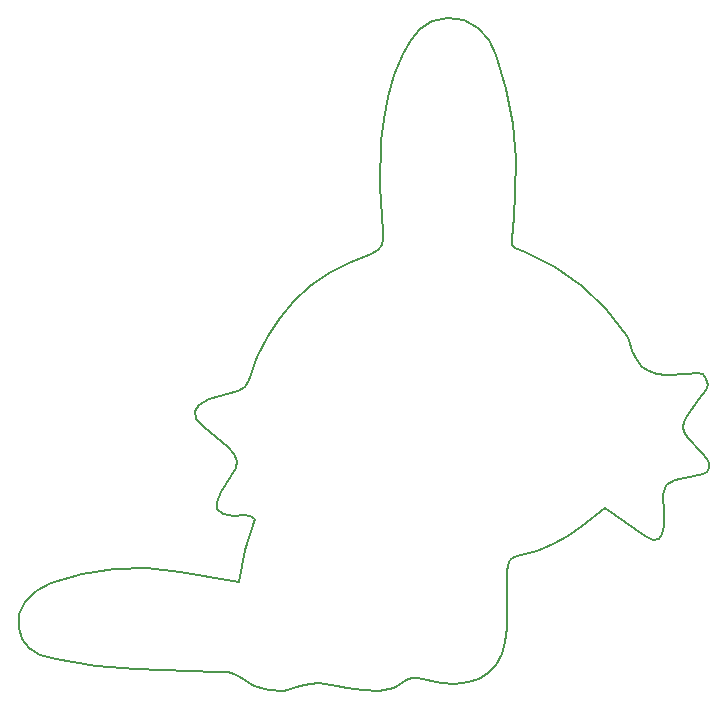
<source format=gbr>
%TF.GenerationSoftware,KiCad,Pcbnew,9.0.7-9.0.7~ubuntu24.04.1*%
%TF.CreationDate,2026-02-16T22:27:27+05:30*%
%TF.ProjectId,mudkip-themed-chaser,6d75646b-6970-42d7-9468-656d65642d63,rev?*%
%TF.SameCoordinates,Original*%
%TF.FileFunction,Profile,NP*%
%FSLAX46Y46*%
G04 Gerber Fmt 4.6, Leading zero omitted, Abs format (unit mm)*
G04 Created by KiCad (PCBNEW 9.0.7-9.0.7~ubuntu24.04.1) date 2026-02-16 22:27:27*
%MOMM*%
%LPD*%
G01*
G04 APERTURE LIST*
%TA.AperFunction,Profile*%
%ADD10C,0.200000*%
%TD*%
G04 APERTURE END LIST*
D10*
X159883418Y-58761030D02*
X160623571Y-56939346D01*
X129535922Y-102443271D02*
X130808583Y-101764409D01*
X149275446Y-110827881D02*
X148000197Y-110447953D01*
X186559936Y-91582479D02*
X186545195Y-91962602D01*
X168501514Y-108642432D02*
X167864238Y-109332408D01*
X184401870Y-88098716D02*
X184330288Y-88539754D01*
X166132812Y-110160043D02*
X165053552Y-110285495D01*
X185907279Y-90747036D02*
X186409149Y-91271542D01*
X157909871Y-73843458D02*
X158528515Y-73529770D01*
X156039793Y-74607319D02*
X157909871Y-73843458D01*
X169373738Y-59929678D02*
X169969186Y-62847911D01*
X138002992Y-109054709D02*
X134623530Y-108733837D01*
X131262684Y-108192635D02*
X129918801Y-107796935D01*
X169839114Y-72649932D02*
X169871252Y-73129801D01*
X148311232Y-82611666D02*
X149171664Y-80865103D01*
X128080232Y-105521952D02*
X128159346Y-104355373D01*
X141715547Y-100775764D02*
X146723623Y-101678336D01*
X129918801Y-107796935D02*
X128955925Y-107223571D01*
X159350291Y-60606320D02*
X159883418Y-58761030D01*
X161459434Y-109746689D02*
X161039820Y-109908880D01*
X186442272Y-84954778D02*
X186297164Y-85400326D01*
X169871252Y-73129801D02*
X170141388Y-73407914D01*
X170055209Y-99511626D02*
X169691059Y-99783676D01*
X157280706Y-110828160D02*
X155904541Y-110627508D01*
X185563601Y-83932058D02*
X185992870Y-84062757D01*
X179764162Y-81167974D02*
X180025216Y-82125470D01*
X186018386Y-92521573D02*
X185243908Y-92672704D01*
X128159346Y-104355373D02*
X128648709Y-103318036D01*
X161904341Y-109821809D02*
X161459434Y-109746689D01*
X183681540Y-92989261D02*
X182899450Y-93423857D01*
X149171664Y-80865103D02*
X150206350Y-79284934D01*
X170141388Y-73407914D02*
X170937132Y-73712251D01*
X144797154Y-109265662D02*
X138002992Y-109054709D01*
X163841854Y-110210564D02*
X161904341Y-109821809D01*
X182730983Y-95834764D02*
X182734830Y-96892466D01*
X184655919Y-84028434D02*
X185563601Y-83932058D01*
X177770573Y-95398103D02*
X175792639Y-96912770D01*
X185691248Y-86181377D02*
X184654364Y-87594477D01*
X147627445Y-84525670D02*
X148311232Y-82611666D01*
X170003621Y-70739892D02*
X169839114Y-72649932D01*
X184330288Y-88539754D02*
X184442328Y-88971350D01*
X174607498Y-97776439D02*
X173343967Y-98469600D01*
X169487929Y-100197998D02*
X169441698Y-100785522D01*
X186328332Y-84440016D02*
X186442272Y-84954778D01*
X152788915Y-76619604D02*
X154332011Y-75532353D01*
X169281969Y-106740680D02*
X168976573Y-107776488D01*
X167072189Y-109840313D02*
X166132812Y-110160043D01*
X136194437Y-100534757D02*
X138941312Y-100490567D01*
X128955925Y-107223571D02*
X128350816Y-106467068D01*
X180404623Y-82875932D02*
X180893266Y-83437172D01*
X146606595Y-91368124D02*
X146361752Y-90779839D01*
X145823268Y-109295880D02*
X144797154Y-109265662D01*
X144921141Y-95509869D02*
X144875309Y-94905474D01*
X158603603Y-110876251D02*
X157280706Y-110828160D01*
X162080846Y-54809133D02*
X163110437Y-54147141D01*
X165837984Y-54097446D02*
X166990350Y-54729190D01*
X145820365Y-90220910D02*
X143782105Y-88540968D01*
X146802327Y-109704786D02*
X146320527Y-109422048D01*
X173343967Y-98469600D02*
X172002738Y-98993882D01*
X158528515Y-73529770D02*
X158844732Y-73132310D01*
X143782105Y-88540968D02*
X143128085Y-87814006D01*
X146528005Y-91996709D02*
X146606595Y-91368124D01*
X172002738Y-98993882D02*
X170584501Y-99350917D01*
X128350816Y-106467068D02*
X128080232Y-105521952D01*
X181132366Y-97788967D02*
X177770573Y-95398103D01*
X158793079Y-64354111D02*
X158996181Y-62471814D01*
X144875309Y-94905474D02*
X145248826Y-94011541D01*
X147661082Y-96098796D02*
X147206729Y-96021985D01*
X144237875Y-86199887D02*
X146639750Y-85473629D01*
X182899450Y-93423857D02*
X182661357Y-94273393D01*
X147243770Y-98914797D02*
X148133738Y-96334560D01*
X180893266Y-83437172D02*
X181482028Y-83827000D01*
X158996181Y-62471814D02*
X159350291Y-60606320D01*
X146348707Y-96026205D02*
X145405786Y-95868766D01*
X186409149Y-91271542D02*
X186559936Y-91582479D01*
X170085978Y-68832130D02*
X170003621Y-70739892D01*
X169969186Y-62847911D02*
X170227591Y-65812399D01*
X186297164Y-85400326D02*
X185691248Y-86181377D01*
X182923439Y-84163671D02*
X184655919Y-84028434D01*
X180025216Y-82125470D02*
X180404623Y-82875932D01*
X169691059Y-99783676D02*
X169487929Y-100197998D01*
X158844732Y-73132310D02*
X158948696Y-72625383D01*
X142984298Y-87184644D02*
X143353358Y-86648174D01*
X150206350Y-79284934D02*
X151412897Y-77870116D01*
X134623530Y-108733837D02*
X131262684Y-108192635D01*
X128648709Y-103318036D02*
X129535922Y-102443271D01*
X170584501Y-99350917D02*
X170055209Y-99511626D01*
X185992870Y-84062757D02*
X186328332Y-84440016D01*
X165053552Y-110285495D02*
X163841854Y-110210564D01*
X181482028Y-83827000D02*
X182161791Y-84063230D01*
X143128085Y-87814006D02*
X142984298Y-87184644D01*
X182599469Y-97630959D02*
X182286324Y-98033223D01*
X146320527Y-109422048D02*
X145823268Y-109295880D01*
X159860788Y-110620314D02*
X158603603Y-110876251D01*
X155904541Y-110627508D02*
X155011259Y-110479427D01*
X138941312Y-100490567D02*
X141715547Y-100775764D01*
X179560472Y-80830255D02*
X179764162Y-81167974D01*
X167876412Y-55730983D02*
X168504225Y-57048710D01*
X145248826Y-94011541D02*
X146099092Y-92676535D01*
X133481377Y-100946611D02*
X136194437Y-100534757D01*
X150588643Y-110845296D02*
X149275446Y-110827881D01*
X145405786Y-95868766D02*
X144921141Y-95509869D01*
X170937132Y-73712251D02*
X173500000Y-75000000D01*
X147261937Y-85145531D02*
X147627445Y-84525670D01*
X169441698Y-100785522D02*
X169410257Y-105541112D01*
X168504225Y-57048710D02*
X169373738Y-59929678D01*
X161269539Y-55773861D02*
X162080846Y-54809133D01*
X181796817Y-98089234D02*
X181132366Y-97788967D01*
X154332011Y-75532353D02*
X156039793Y-74607319D01*
X148133738Y-96334560D02*
X147661082Y-96098796D01*
X155011259Y-110479427D02*
X153494833Y-110181162D01*
X182286324Y-98033223D02*
X181796817Y-98089234D01*
X173500000Y-75000000D02*
X175805137Y-76598457D01*
X158948696Y-72625383D02*
X158930576Y-71983295D01*
X130808583Y-101764409D02*
X133481377Y-100946611D01*
X182734830Y-96892466D02*
X182599469Y-97630959D01*
X182661357Y-94273393D02*
X182730983Y-95834764D01*
X143353358Y-86648174D02*
X144237875Y-86199887D01*
X167864238Y-109332408D02*
X167072189Y-109840313D01*
X168976573Y-107776488D02*
X168501514Y-108642432D01*
X182161791Y-84063230D02*
X182923439Y-84163671D01*
X160623571Y-56939346D02*
X161269539Y-55773861D01*
X152723732Y-110251151D02*
X151900356Y-110500921D01*
X146361752Y-90779839D02*
X145820365Y-90220910D01*
X177832106Y-78533311D02*
X179560472Y-80830255D01*
X151412897Y-77870116D02*
X152788915Y-76619604D01*
X166990350Y-54729190D02*
X167876412Y-55730983D01*
X184442328Y-88971350D02*
X184740700Y-89447258D01*
X148000197Y-110447953D02*
X146802327Y-109704786D01*
X151900356Y-110500921D02*
X150588643Y-110845296D01*
X169410257Y-105541112D02*
X169281969Y-106740680D01*
X175792639Y-96912770D02*
X174607498Y-97776439D01*
X146639750Y-85473629D02*
X147261937Y-85145531D01*
X170227591Y-65812399D02*
X170085978Y-68832130D01*
X161039820Y-109908880D02*
X159860788Y-110620314D01*
X184654364Y-87594477D02*
X184401870Y-88098716D01*
X186336916Y-92328287D02*
X186018386Y-92521573D01*
X175805137Y-76598457D02*
X177832106Y-78533311D01*
X153494833Y-110181162D02*
X152723732Y-110251151D01*
X186545195Y-91962602D02*
X186336916Y-92328287D01*
X158727865Y-68155507D02*
X158793079Y-64354111D01*
X184740700Y-89447258D02*
X185907279Y-90747036D01*
X158930576Y-71983295D02*
X158727865Y-68155507D01*
X146723623Y-101678336D02*
X147243770Y-98914797D01*
X146099092Y-92676535D02*
X146528005Y-91996709D01*
X163110437Y-54147141D02*
X164411259Y-53889866D01*
X147206729Y-96021985D02*
X146348707Y-96026205D01*
X164411259Y-53889866D02*
X165837984Y-54097446D01*
X185243908Y-92672704D02*
X183681540Y-92989261D01*
M02*

</source>
